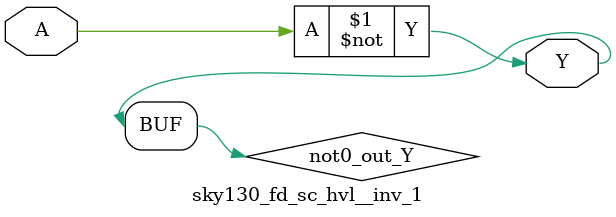
<source format=v>
/*
 * Copyright 2020 The SkyWater PDK Authors
 *
 * Licensed under the Apache License, Version 2.0 (the "License");
 * you may not use this file except in compliance with the License.
 * You may obtain a copy of the License at
 *
 *     https://www.apache.org/licenses/LICENSE-2.0
 *
 * Unless required by applicable law or agreed to in writing, software
 * distributed under the License is distributed on an "AS IS" BASIS,
 * WITHOUT WARRANTIES OR CONDITIONS OF ANY KIND, either express or implied.
 * See the License for the specific language governing permissions and
 * limitations under the License.
 *
 * SPDX-License-Identifier: Apache-2.0
*/


`ifndef SKY130_FD_SC_HVL__INV_1_FUNCTIONAL_V
`define SKY130_FD_SC_HVL__INV_1_FUNCTIONAL_V

/**
 * inv: Inverter.
 *
 * Verilog simulation functional model.
 */

`timescale 1ns / 1ps
`default_nettype none

`celldefine
module sky130_fd_sc_hvl__inv_1 (
    Y,
    A
);

    // Module ports
    output Y;
    input  A;

    // Local signals
    wire not0_out_Y;

    //  Name  Output      Other arguments
    not not0 (not0_out_Y, A              );
    buf buf0 (Y         , not0_out_Y     );

endmodule
`endcelldefine

`default_nettype wire
`endif  // SKY130_FD_SC_HVL__INV_1_FUNCTIONAL_V

</source>
